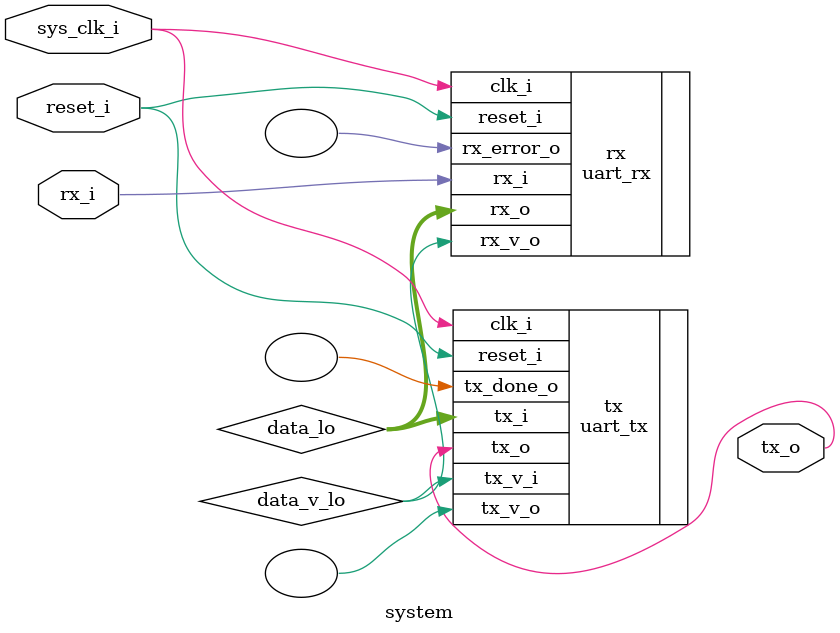
<source format=sv>
`timescale 1ns / 1ps


module system
    #(parameter clk_per_bit_p = 10416 // 100 MHz clock / 9600 Baud
      , parameter data_bits_p = 8 // between 5 and 9 bits
      , parameter parity_bit_p = 0 // 0 or 1
      , parameter stop_bits_p = 1 // 1 or 2
      )
    (input sys_clk_i
    , input reset_i
    , input rx_i
    , output logic tx_o
    );
    
    wire data_v_lo;
    logic [data_bits_p-1:0] data_lo;
    
    uart_rx
        #(.clk_per_bit_p(clk_per_bit_p)
          ,.data_bits_p(data_bits_p)
          ,.parity_bit_p(parity_bit_p)
          ,.stop_bits_p(stop_bits_p)
          )
        rx
        (.clk_i(sys_clk_i)
         ,.reset_i(reset_i)
         ,.rx_i(rx_i)
         ,.rx_v_o(data_v_lo)
         ,.rx_o(data_lo)
         ,.rx_error_o()
         );
         
    uart_tx
        #(.clk_per_bit_p(clk_per_bit_p)
          ,.data_bits_p(data_bits_p)
          ,.parity_bit_p(parity_bit_p)
          ,.stop_bits_p(stop_bits_p)
          )
        tx
        (.clk_i(sys_clk_i)
         ,.reset_i(reset_i)
         ,.tx_v_i(data_v_lo)
         ,.tx_i(data_lo)
         ,.tx_v_o()
         ,.tx_o(tx_o)
         ,.tx_done_o()
         );
    
endmodule

</source>
